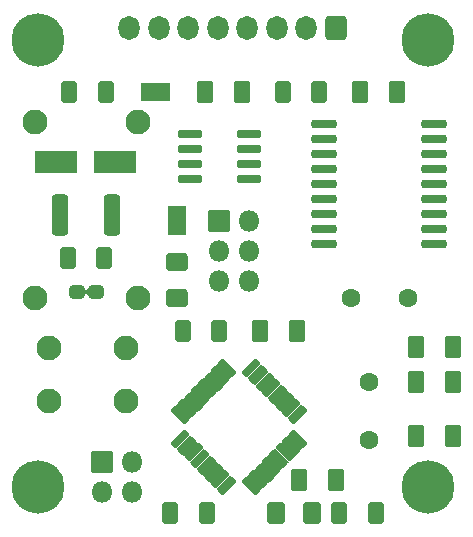
<source format=gts>
G04 #@! TF.GenerationSoftware,KiCad,Pcbnew,(6.0.9)*
G04 #@! TF.CreationDate,2023-01-15T18:07:45+00:00*
G04 #@! TF.ProjectId,CanBus-Radio-VAG,43616e42-7573-42d5-9261-64696f2d5641,1.0*
G04 #@! TF.SameCoordinates,Original*
G04 #@! TF.FileFunction,Soldermask,Top*
G04 #@! TF.FilePolarity,Negative*
%FSLAX46Y46*%
G04 Gerber Fmt 4.6, Leading zero omitted, Abs format (unit mm)*
G04 Created by KiCad (PCBNEW (6.0.9)) date 2023-01-15 18:07:45*
%MOMM*%
%LPD*%
G01*
G04 APERTURE LIST*
G04 Aperture macros list*
%AMRoundRect*
0 Rectangle with rounded corners*
0 $1 Rounding radius*
0 $2 $3 $4 $5 $6 $7 $8 $9 X,Y pos of 4 corners*
0 Add a 4 corners polygon primitive as box body*
4,1,4,$2,$3,$4,$5,$6,$7,$8,$9,$2,$3,0*
0 Add four circle primitives for the rounded corners*
1,1,$1+$1,$2,$3*
1,1,$1+$1,$4,$5*
1,1,$1+$1,$6,$7*
1,1,$1+$1,$8,$9*
0 Add four rect primitives between the rounded corners*
20,1,$1+$1,$2,$3,$4,$5,0*
20,1,$1+$1,$4,$5,$6,$7,0*
20,1,$1+$1,$6,$7,$8,$9,0*
20,1,$1+$1,$8,$9,$2,$3,0*%
G04 Aperture macros list end*
%ADD10C,2.102000*%
%ADD11C,4.502000*%
%ADD12RoundRect,0.051000X-1.750000X-0.900000X1.750000X-0.900000X1.750000X0.900000X-1.750000X0.900000X0*%
%ADD13RoundRect,0.051000X0.371231X0.760140X-0.760140X-0.371231X-0.371231X-0.760140X0.760140X0.371231X0*%
%ADD14RoundRect,0.051000X0.760140X-0.371231X-0.371231X0.760140X-0.760140X0.371231X0.371231X-0.760140X0*%
%ADD15C,1.602000*%
%ADD16RoundRect,0.201000X-0.825000X-0.150000X0.825000X-0.150000X0.825000X0.150000X-0.825000X0.150000X0*%
%ADD17RoundRect,0.201000X-0.875000X-0.150000X0.875000X-0.150000X0.875000X0.150000X-0.875000X0.150000X0*%
%ADD18RoundRect,0.301000X-0.400000X-0.625000X0.400000X-0.625000X0.400000X0.625000X-0.400000X0.625000X0*%
%ADD19RoundRect,0.301000X0.400000X0.625000X-0.400000X0.625000X-0.400000X-0.625000X0.400000X-0.625000X0*%
%ADD20RoundRect,0.051000X-0.750000X0.500000X-0.750000X-0.500000X0.750000X-0.500000X0.750000X0.500000X0*%
%ADD21RoundRect,0.051000X0.500000X0.750000X-0.500000X0.750000X-0.500000X-0.750000X0.500000X-0.750000X0*%
%ADD22O,1.802000X2.052000*%
%ADD23RoundRect,0.301000X0.600000X0.725000X-0.600000X0.725000X-0.600000X-0.725000X0.600000X-0.725000X0*%
%ADD24O,1.802000X1.802000*%
%ADD25RoundRect,0.051000X-0.850000X-0.850000X0.850000X-0.850000X0.850000X0.850000X-0.850000X0.850000X0*%
%ADD26RoundRect,0.301000X0.400000X1.450000X-0.400000X1.450000X-0.400000X-1.450000X0.400000X-1.450000X0*%
%ADD27RoundRect,0.301001X0.624999X-0.462499X0.624999X0.462499X-0.624999X0.462499X-0.624999X-0.462499X0*%
%ADD28RoundRect,0.301001X-0.462499X-0.624999X0.462499X-0.624999X0.462499X0.624999X-0.462499X0.624999X0*%
%ADD29RoundRect,0.301000X-0.375000X-0.275000X0.375000X-0.275000X0.375000X0.275000X-0.375000X0.275000X0*%
%ADD30RoundRect,0.301000X-0.412500X-0.650000X0.412500X-0.650000X0.412500X0.650000X-0.412500X0.650000X0*%
%ADD31RoundRect,0.301000X0.412500X0.650000X-0.412500X0.650000X-0.412500X-0.650000X0.412500X-0.650000X0*%
G04 APERTURE END LIST*
D10*
X73228500Y-75352000D03*
X73228500Y-60452000D03*
X81978500Y-75352000D03*
X81978500Y-60452000D03*
D11*
X73500000Y-91400000D03*
X106500000Y-91400000D03*
X73500000Y-53500000D03*
X106500000Y-53500000D03*
D12*
X80071600Y-63868300D03*
X75071600Y-63868300D03*
D13*
X89525695Y-91281603D03*
X88960010Y-90715917D03*
X88394324Y-90150232D03*
X87828639Y-89584547D03*
X87262953Y-89018861D03*
X86697268Y-88453176D03*
X86131583Y-87887490D03*
X85565897Y-87321805D03*
D14*
X85565897Y-85271195D03*
X86131583Y-84705510D03*
X86697268Y-84139824D03*
X87262953Y-83574139D03*
X87828639Y-83008453D03*
X88394324Y-82442768D03*
X88960010Y-81877083D03*
X89525695Y-81311397D03*
D13*
X91576305Y-81311397D03*
X92141990Y-81877083D03*
X92707676Y-82442768D03*
X93273361Y-83008453D03*
X93839047Y-83574139D03*
X94404732Y-84139824D03*
X94970417Y-84705510D03*
X95536103Y-85271195D03*
D14*
X95536103Y-87321805D03*
X94970417Y-87887490D03*
X94404732Y-88453176D03*
X93839047Y-89018861D03*
X93273361Y-89584547D03*
X92707676Y-90150232D03*
X92141990Y-90715917D03*
X91576305Y-91281603D03*
D15*
X101523800Y-87379200D03*
X101523800Y-82499200D03*
X99996600Y-75336400D03*
X104876600Y-75336400D03*
D16*
X91349600Y-61493400D03*
X91349600Y-62763400D03*
X91349600Y-64033400D03*
X91349600Y-65303400D03*
X86399600Y-65303400D03*
X86399600Y-64033400D03*
X86399600Y-62763400D03*
X86399600Y-61493400D03*
D17*
X107012000Y-60655200D03*
X107012000Y-61925200D03*
X107012000Y-63195200D03*
X107012000Y-64465200D03*
X107012000Y-65735200D03*
X107012000Y-67005200D03*
X107012000Y-68275200D03*
X107012000Y-69545200D03*
X107012000Y-70815200D03*
X97712000Y-70815200D03*
X97712000Y-69545200D03*
X97712000Y-68275200D03*
X97712000Y-67005200D03*
X97712000Y-65735200D03*
X97712000Y-64465200D03*
X97712000Y-63195200D03*
X97712000Y-61925200D03*
X97712000Y-60655200D03*
D10*
X80985500Y-79565500D03*
X80985500Y-84065500D03*
X74485500Y-79565500D03*
X74485500Y-84065500D03*
D18*
X79121600Y-71983600D03*
X76021600Y-71983600D03*
X88849800Y-78181200D03*
X85749800Y-78181200D03*
X87783000Y-93599000D03*
X84683000Y-93599000D03*
D19*
X99034000Y-93599000D03*
X102134000Y-93599000D03*
X94219600Y-57912000D03*
X97319600Y-57912000D03*
X76148600Y-57912000D03*
X79248600Y-57912000D03*
D20*
X85280500Y-68184000D03*
X85280500Y-69484000D03*
D21*
X84085600Y-57912000D03*
X82785600Y-57912000D03*
D22*
X81242500Y-52514500D03*
X83742500Y-52514500D03*
X86242500Y-52514500D03*
X88742500Y-52514500D03*
X91242500Y-52514500D03*
X93742500Y-52514500D03*
X96242500Y-52514500D03*
D23*
X98742500Y-52514500D03*
D24*
X91376500Y-73914000D03*
X88836500Y-73914000D03*
X91376500Y-71374000D03*
X88836500Y-71374000D03*
X91376500Y-68834000D03*
D25*
X88836500Y-68834000D03*
D24*
X81470500Y-91821000D03*
X78930500Y-91821000D03*
X81470500Y-89281000D03*
D25*
X78930500Y-89281000D03*
D26*
X75346600Y-68313300D03*
X79796600Y-68313300D03*
D27*
X85280500Y-72363000D03*
X85280500Y-75338000D03*
D28*
X96674000Y-93599000D03*
X93699000Y-93599000D03*
D29*
X78391600Y-74853800D03*
X76791600Y-74853800D03*
D30*
X98717500Y-90805000D03*
X95592500Y-90805000D03*
X108674300Y-82448400D03*
X105549300Y-82448400D03*
X108674300Y-87071200D03*
X105549300Y-87071200D03*
D31*
X92341300Y-78181200D03*
X95466300Y-78181200D03*
D30*
X108674300Y-79514700D03*
X105549300Y-79514700D03*
X90765100Y-57912000D03*
X87640100Y-57912000D03*
X103899100Y-57912000D03*
X100774100Y-57912000D03*
G36*
X89771244Y-90349335D02*
G01*
X89771887Y-90350449D01*
X89775124Y-90366720D01*
X89777176Y-90366311D01*
X89779070Y-90366954D01*
X89779558Y-90368094D01*
X89781583Y-90390677D01*
X89824078Y-90445364D01*
X89873853Y-90462916D01*
X89875154Y-90464435D01*
X89875150Y-90465192D01*
X89874892Y-90466489D01*
X89891162Y-90469726D01*
X89892666Y-90471045D01*
X89892276Y-90473007D01*
X89891162Y-90473650D01*
X89878188Y-90476230D01*
X89862138Y-90486955D01*
X88731047Y-91618046D01*
X88720322Y-91634096D01*
X88717742Y-91647071D01*
X88716423Y-91648575D01*
X88714461Y-91648185D01*
X88713818Y-91647071D01*
X88710581Y-91630800D01*
X88708529Y-91631209D01*
X88706635Y-91630566D01*
X88706147Y-91629426D01*
X88704122Y-91606843D01*
X88661627Y-91552156D01*
X88611852Y-91534604D01*
X88610551Y-91533085D01*
X88610555Y-91532328D01*
X88610813Y-91531031D01*
X88594543Y-91527794D01*
X88593039Y-91526475D01*
X88593429Y-91524513D01*
X88594543Y-91523870D01*
X88607517Y-91521290D01*
X88623567Y-91510565D01*
X89754658Y-90379474D01*
X89765383Y-90363424D01*
X89767963Y-90350449D01*
X89769282Y-90348945D01*
X89771244Y-90349335D01*
G37*
G36*
X91333394Y-90349336D02*
G01*
X91334037Y-90350450D01*
X91336617Y-90363424D01*
X91347342Y-90379474D01*
X92478433Y-91510565D01*
X92494483Y-91521290D01*
X92507458Y-91523870D01*
X92508962Y-91525189D01*
X92508572Y-91527151D01*
X92507458Y-91527794D01*
X92491187Y-91531031D01*
X92491595Y-91533081D01*
X92490952Y-91534975D01*
X92489811Y-91535463D01*
X92467255Y-91537481D01*
X92412557Y-91579966D01*
X92394988Y-91629760D01*
X92393469Y-91631061D01*
X92392712Y-91631057D01*
X92391419Y-91630800D01*
X92388182Y-91647070D01*
X92386863Y-91648574D01*
X92384901Y-91648184D01*
X92384258Y-91647070D01*
X92381678Y-91634096D01*
X92370953Y-91618046D01*
X91239862Y-90486955D01*
X91223812Y-90476230D01*
X91210837Y-90473650D01*
X91209333Y-90472331D01*
X91209723Y-90470369D01*
X91210837Y-90469726D01*
X91227108Y-90466489D01*
X91226700Y-90464439D01*
X91227343Y-90462545D01*
X91228484Y-90462057D01*
X91251040Y-90460039D01*
X91305738Y-90417554D01*
X91323307Y-90367760D01*
X91324826Y-90366459D01*
X91325583Y-90366463D01*
X91326876Y-90366720D01*
X91330113Y-90350450D01*
X91331432Y-90348946D01*
X91333394Y-90349336D01*
G37*
G36*
X89205558Y-89783650D02*
G01*
X89206201Y-89784764D01*
X89209438Y-89801035D01*
X89211488Y-89800627D01*
X89213382Y-89801270D01*
X89213870Y-89802411D01*
X89215888Y-89824967D01*
X89258373Y-89879665D01*
X89308167Y-89897234D01*
X89309468Y-89898753D01*
X89309464Y-89899510D01*
X89309207Y-89900803D01*
X89325477Y-89904040D01*
X89326981Y-89905359D01*
X89326591Y-89907321D01*
X89325477Y-89907964D01*
X89312503Y-89910544D01*
X89296453Y-89921269D01*
X88165362Y-91052360D01*
X88154637Y-91068410D01*
X88152057Y-91081385D01*
X88150738Y-91082889D01*
X88148776Y-91082499D01*
X88148133Y-91081385D01*
X88144896Y-91065114D01*
X88142846Y-91065522D01*
X88140952Y-91064879D01*
X88140464Y-91063738D01*
X88138446Y-91041182D01*
X88095961Y-90986484D01*
X88046167Y-90968915D01*
X88044866Y-90967396D01*
X88044870Y-90966639D01*
X88045127Y-90965346D01*
X88028857Y-90962109D01*
X88027353Y-90960790D01*
X88027743Y-90958828D01*
X88028857Y-90958185D01*
X88041831Y-90955605D01*
X88057881Y-90944880D01*
X89188972Y-89813789D01*
X89199697Y-89797739D01*
X89202277Y-89784764D01*
X89203596Y-89783260D01*
X89205558Y-89783650D01*
G37*
G36*
X91899080Y-89783651D02*
G01*
X91899723Y-89784765D01*
X91902303Y-89797739D01*
X91913028Y-89813789D01*
X93044119Y-90944880D01*
X93060169Y-90955605D01*
X93073144Y-90958185D01*
X93074648Y-90959504D01*
X93074258Y-90961466D01*
X93073144Y-90962109D01*
X93056873Y-90965346D01*
X93057282Y-90967398D01*
X93056639Y-90969292D01*
X93055499Y-90969780D01*
X93032916Y-90971805D01*
X92978229Y-91014300D01*
X92960677Y-91064075D01*
X92959158Y-91065376D01*
X92958401Y-91065372D01*
X92957104Y-91065114D01*
X92953867Y-91081384D01*
X92952548Y-91082888D01*
X92950586Y-91082498D01*
X92949943Y-91081384D01*
X92947363Y-91068410D01*
X92936638Y-91052360D01*
X91805547Y-89921269D01*
X91789497Y-89910544D01*
X91776522Y-89907964D01*
X91775018Y-89906645D01*
X91775408Y-89904683D01*
X91776522Y-89904040D01*
X91792793Y-89900803D01*
X91792384Y-89898751D01*
X91793027Y-89896857D01*
X91794167Y-89896369D01*
X91816750Y-89894344D01*
X91871437Y-89851849D01*
X91888989Y-89802074D01*
X91890508Y-89800773D01*
X91891265Y-89800777D01*
X91892562Y-89801035D01*
X91895799Y-89784765D01*
X91897118Y-89783261D01*
X91899080Y-89783651D01*
G37*
G36*
X88639873Y-89217965D02*
G01*
X88640516Y-89219079D01*
X88643753Y-89235350D01*
X88645803Y-89234942D01*
X88647697Y-89235585D01*
X88648185Y-89236726D01*
X88650203Y-89259282D01*
X88692688Y-89313980D01*
X88742482Y-89331549D01*
X88743783Y-89333068D01*
X88743779Y-89333825D01*
X88743522Y-89335118D01*
X88759791Y-89338355D01*
X88761295Y-89339674D01*
X88760905Y-89341636D01*
X88759791Y-89342279D01*
X88746817Y-89344859D01*
X88730767Y-89355584D01*
X87599676Y-90486675D01*
X87588951Y-90502725D01*
X87586371Y-90515700D01*
X87585052Y-90517204D01*
X87583090Y-90516814D01*
X87582447Y-90515700D01*
X87579210Y-90499429D01*
X87577160Y-90499837D01*
X87575266Y-90499194D01*
X87574778Y-90498053D01*
X87572760Y-90475497D01*
X87530275Y-90420799D01*
X87480481Y-90403230D01*
X87479180Y-90401711D01*
X87479184Y-90400954D01*
X87479441Y-90399661D01*
X87463172Y-90396424D01*
X87461668Y-90395105D01*
X87462058Y-90393143D01*
X87463172Y-90392500D01*
X87476146Y-90389920D01*
X87492196Y-90379195D01*
X88623287Y-89248104D01*
X88634012Y-89232054D01*
X88636592Y-89219079D01*
X88637911Y-89217575D01*
X88639873Y-89217965D01*
G37*
G36*
X92464765Y-89217966D02*
G01*
X92465408Y-89219080D01*
X92467988Y-89232054D01*
X92478713Y-89248104D01*
X93609804Y-90379195D01*
X93625854Y-90389920D01*
X93638829Y-90392500D01*
X93640333Y-90393819D01*
X93639943Y-90395781D01*
X93638829Y-90396424D01*
X93622558Y-90399661D01*
X93622966Y-90401711D01*
X93622323Y-90403605D01*
X93621182Y-90404093D01*
X93598626Y-90406111D01*
X93543928Y-90448596D01*
X93526359Y-90498390D01*
X93524840Y-90499691D01*
X93524083Y-90499687D01*
X93522790Y-90499430D01*
X93519553Y-90515699D01*
X93518234Y-90517203D01*
X93516272Y-90516813D01*
X93515629Y-90515699D01*
X93513049Y-90502725D01*
X93502324Y-90486675D01*
X92371233Y-89355584D01*
X92355183Y-89344859D01*
X92342208Y-89342279D01*
X92340704Y-89340960D01*
X92341094Y-89338998D01*
X92342208Y-89338355D01*
X92358479Y-89335118D01*
X92358071Y-89333068D01*
X92358714Y-89331174D01*
X92359855Y-89330686D01*
X92382411Y-89328668D01*
X92437109Y-89286183D01*
X92454678Y-89236389D01*
X92456197Y-89235088D01*
X92456954Y-89235092D01*
X92458247Y-89235349D01*
X92461484Y-89219080D01*
X92462803Y-89217576D01*
X92464765Y-89217966D01*
G37*
G36*
X88074187Y-88652279D02*
G01*
X88074830Y-88653393D01*
X88078067Y-88669664D01*
X88080119Y-88669255D01*
X88082013Y-88669898D01*
X88082501Y-88671038D01*
X88084526Y-88693621D01*
X88127021Y-88748308D01*
X88176797Y-88765861D01*
X88178098Y-88767380D01*
X88178094Y-88768137D01*
X88177836Y-88769433D01*
X88194106Y-88772670D01*
X88195610Y-88773989D01*
X88195220Y-88775951D01*
X88194106Y-88776594D01*
X88181132Y-88779174D01*
X88165082Y-88789899D01*
X87033991Y-89920990D01*
X87023266Y-89937040D01*
X87020686Y-89950015D01*
X87019367Y-89951519D01*
X87017405Y-89951129D01*
X87016762Y-89950015D01*
X87013525Y-89933744D01*
X87011473Y-89934153D01*
X87009579Y-89933510D01*
X87009091Y-89932370D01*
X87007066Y-89909787D01*
X86964571Y-89855100D01*
X86914795Y-89837547D01*
X86913494Y-89836028D01*
X86913498Y-89835271D01*
X86913756Y-89833975D01*
X86897486Y-89830738D01*
X86895982Y-89829419D01*
X86896372Y-89827457D01*
X86897486Y-89826814D01*
X86910460Y-89824234D01*
X86926510Y-89813509D01*
X88057601Y-88682418D01*
X88068326Y-88666368D01*
X88070906Y-88653393D01*
X88072225Y-88651889D01*
X88074187Y-88652279D01*
G37*
G36*
X93030451Y-88652280D02*
G01*
X93031094Y-88653394D01*
X93033674Y-88666368D01*
X93044399Y-88682418D01*
X94175490Y-89813509D01*
X94191540Y-89824234D01*
X94204515Y-89826814D01*
X94206019Y-89828133D01*
X94205629Y-89830095D01*
X94204515Y-89830738D01*
X94188244Y-89833975D01*
X94188653Y-89836027D01*
X94188010Y-89837921D01*
X94186870Y-89838409D01*
X94164287Y-89840434D01*
X94109600Y-89882929D01*
X94092047Y-89932705D01*
X94090528Y-89934006D01*
X94089771Y-89934002D01*
X94088475Y-89933744D01*
X94085238Y-89950014D01*
X94083919Y-89951518D01*
X94081957Y-89951128D01*
X94081314Y-89950014D01*
X94078734Y-89937040D01*
X94068009Y-89920990D01*
X92936918Y-88789899D01*
X92920868Y-88779174D01*
X92907893Y-88776594D01*
X92906389Y-88775275D01*
X92906779Y-88773313D01*
X92907893Y-88772670D01*
X92924164Y-88769433D01*
X92923755Y-88767381D01*
X92924398Y-88765487D01*
X92925538Y-88764999D01*
X92948121Y-88762974D01*
X93002808Y-88720479D01*
X93020361Y-88670703D01*
X93021880Y-88669402D01*
X93022637Y-88669406D01*
X93023933Y-88669664D01*
X93027170Y-88653394D01*
X93028489Y-88651890D01*
X93030451Y-88652280D01*
G37*
G36*
X87508502Y-88086594D02*
G01*
X87509145Y-88087708D01*
X87512382Y-88103979D01*
X87514432Y-88103571D01*
X87516326Y-88104214D01*
X87516814Y-88105355D01*
X87518832Y-88127911D01*
X87561317Y-88182609D01*
X87611111Y-88200178D01*
X87612412Y-88201697D01*
X87612408Y-88202454D01*
X87612151Y-88203747D01*
X87628420Y-88206984D01*
X87629924Y-88208303D01*
X87629534Y-88210265D01*
X87628420Y-88210908D01*
X87615446Y-88213488D01*
X87599396Y-88224213D01*
X86468305Y-89355304D01*
X86457580Y-89371354D01*
X86455000Y-89384329D01*
X86453681Y-89385833D01*
X86451719Y-89385443D01*
X86451076Y-89384329D01*
X86447839Y-89368058D01*
X86445789Y-89368466D01*
X86443895Y-89367823D01*
X86443407Y-89366682D01*
X86441389Y-89344126D01*
X86398904Y-89289428D01*
X86349110Y-89271859D01*
X86347809Y-89270340D01*
X86347813Y-89269583D01*
X86348070Y-89268290D01*
X86331801Y-89265053D01*
X86330297Y-89263734D01*
X86330687Y-89261772D01*
X86331801Y-89261129D01*
X86344775Y-89258549D01*
X86360825Y-89247824D01*
X87491916Y-88116733D01*
X87502641Y-88100683D01*
X87505221Y-88087708D01*
X87506540Y-88086204D01*
X87508502Y-88086594D01*
G37*
G36*
X93596136Y-88086595D02*
G01*
X93596779Y-88087709D01*
X93599359Y-88100683D01*
X93610084Y-88116733D01*
X94741175Y-89247824D01*
X94757225Y-89258549D01*
X94770200Y-89261129D01*
X94771704Y-89262448D01*
X94771314Y-89264410D01*
X94770200Y-89265053D01*
X94753929Y-89268290D01*
X94754337Y-89270340D01*
X94753694Y-89272234D01*
X94752553Y-89272722D01*
X94729997Y-89274740D01*
X94675299Y-89317225D01*
X94657730Y-89367019D01*
X94656211Y-89368320D01*
X94655454Y-89368316D01*
X94654161Y-89368059D01*
X94650924Y-89384328D01*
X94649605Y-89385832D01*
X94647643Y-89385442D01*
X94647000Y-89384328D01*
X94644420Y-89371354D01*
X94633695Y-89355304D01*
X93502604Y-88224213D01*
X93486554Y-88213488D01*
X93473579Y-88210908D01*
X93472075Y-88209589D01*
X93472465Y-88207627D01*
X93473579Y-88206984D01*
X93489850Y-88203747D01*
X93489442Y-88201697D01*
X93490085Y-88199803D01*
X93491226Y-88199315D01*
X93513782Y-88197297D01*
X93568480Y-88154812D01*
X93586049Y-88105018D01*
X93587568Y-88103717D01*
X93588325Y-88103721D01*
X93589618Y-88103978D01*
X93592855Y-88087709D01*
X93594174Y-88086205D01*
X93596136Y-88086595D01*
G37*
G36*
X86942817Y-87520908D02*
G01*
X86943460Y-87522022D01*
X86946697Y-87538293D01*
X86948749Y-87537884D01*
X86950643Y-87538527D01*
X86951131Y-87539667D01*
X86953156Y-87562250D01*
X86995651Y-87616937D01*
X87045426Y-87634489D01*
X87046727Y-87636008D01*
X87046723Y-87636765D01*
X87046465Y-87638062D01*
X87062735Y-87641299D01*
X87064239Y-87642618D01*
X87063849Y-87644580D01*
X87062735Y-87645223D01*
X87049761Y-87647803D01*
X87033711Y-87658528D01*
X85902620Y-88789619D01*
X85891895Y-88805669D01*
X85889315Y-88818644D01*
X85887996Y-88820148D01*
X85886034Y-88819758D01*
X85885391Y-88818644D01*
X85882154Y-88802373D01*
X85880102Y-88802782D01*
X85878208Y-88802139D01*
X85877720Y-88800999D01*
X85875695Y-88778416D01*
X85833200Y-88723729D01*
X85783425Y-88706177D01*
X85782124Y-88704658D01*
X85782128Y-88703901D01*
X85782386Y-88702604D01*
X85766116Y-88699367D01*
X85764612Y-88698048D01*
X85765002Y-88696086D01*
X85766116Y-88695443D01*
X85779090Y-88692863D01*
X85795140Y-88682138D01*
X86926231Y-87551047D01*
X86936956Y-87534997D01*
X86939536Y-87522022D01*
X86940855Y-87520518D01*
X86942817Y-87520908D01*
G37*
G36*
X94161821Y-87520909D02*
G01*
X94162464Y-87522023D01*
X94165044Y-87534997D01*
X94175769Y-87551047D01*
X95306860Y-88682138D01*
X95322910Y-88692863D01*
X95335885Y-88695443D01*
X95337389Y-88696762D01*
X95336999Y-88698724D01*
X95335885Y-88699367D01*
X95319614Y-88702604D01*
X95320022Y-88704654D01*
X95319379Y-88706548D01*
X95318238Y-88707036D01*
X95295682Y-88709054D01*
X95240984Y-88751539D01*
X95223415Y-88801333D01*
X95221896Y-88802634D01*
X95221139Y-88802630D01*
X95219846Y-88802373D01*
X95216609Y-88818643D01*
X95215290Y-88820147D01*
X95213328Y-88819757D01*
X95212685Y-88818643D01*
X95210105Y-88805669D01*
X95199380Y-88789619D01*
X94068289Y-87658528D01*
X94052239Y-87647803D01*
X94039264Y-87645223D01*
X94037760Y-87643904D01*
X94038150Y-87641942D01*
X94039264Y-87641299D01*
X94055535Y-87638062D01*
X94055127Y-87636012D01*
X94055770Y-87634118D01*
X94056911Y-87633630D01*
X94079467Y-87631612D01*
X94134165Y-87589127D01*
X94151734Y-87539333D01*
X94153253Y-87538032D01*
X94154010Y-87538036D01*
X94155303Y-87538293D01*
X94158540Y-87522023D01*
X94159859Y-87520519D01*
X94161821Y-87520909D01*
G37*
G36*
X86377131Y-86955223D02*
G01*
X86377774Y-86956337D01*
X86381011Y-86972608D01*
X86383061Y-86972200D01*
X86384955Y-86972843D01*
X86385443Y-86973984D01*
X86387461Y-86996540D01*
X86429946Y-87051238D01*
X86479740Y-87068807D01*
X86481041Y-87070326D01*
X86481037Y-87071083D01*
X86480780Y-87072376D01*
X86497050Y-87075613D01*
X86498554Y-87076932D01*
X86498164Y-87078894D01*
X86497050Y-87079537D01*
X86484076Y-87082117D01*
X86468026Y-87092842D01*
X85336935Y-88223933D01*
X85326210Y-88239983D01*
X85323630Y-88252958D01*
X85322311Y-88254462D01*
X85320349Y-88254072D01*
X85319706Y-88252958D01*
X85316469Y-88236687D01*
X85314419Y-88237095D01*
X85312525Y-88236452D01*
X85312037Y-88235311D01*
X85310019Y-88212755D01*
X85267534Y-88158057D01*
X85217740Y-88140488D01*
X85216439Y-88138969D01*
X85216443Y-88138212D01*
X85216700Y-88136919D01*
X85200430Y-88133682D01*
X85198926Y-88132363D01*
X85199316Y-88130401D01*
X85200430Y-88129758D01*
X85213404Y-88127178D01*
X85229454Y-88116453D01*
X86360545Y-86985362D01*
X86371270Y-86969312D01*
X86373850Y-86956337D01*
X86375169Y-86954833D01*
X86377131Y-86955223D01*
G37*
G36*
X94727507Y-86955224D02*
G01*
X94728150Y-86956338D01*
X94730730Y-86969312D01*
X94741455Y-86985362D01*
X95872546Y-88116453D01*
X95888596Y-88127178D01*
X95901571Y-88129758D01*
X95903075Y-88131077D01*
X95902685Y-88133039D01*
X95901571Y-88133682D01*
X95885300Y-88136919D01*
X95885709Y-88138971D01*
X95885066Y-88140865D01*
X95883926Y-88141353D01*
X95861343Y-88143378D01*
X95806656Y-88185873D01*
X95789104Y-88235648D01*
X95787585Y-88236949D01*
X95786828Y-88236945D01*
X95785531Y-88236687D01*
X95782294Y-88252957D01*
X95780975Y-88254461D01*
X95779013Y-88254071D01*
X95778370Y-88252957D01*
X95775790Y-88239983D01*
X95765065Y-88223933D01*
X94633974Y-87092842D01*
X94617924Y-87082117D01*
X94604949Y-87079537D01*
X94603445Y-87078218D01*
X94603835Y-87076256D01*
X94604949Y-87075613D01*
X94621220Y-87072376D01*
X94620811Y-87070324D01*
X94621454Y-87068430D01*
X94622594Y-87067942D01*
X94645177Y-87065917D01*
X94699864Y-87023422D01*
X94717416Y-86973647D01*
X94718935Y-86972346D01*
X94719692Y-86972350D01*
X94720989Y-86972608D01*
X94724226Y-86956338D01*
X94725545Y-86954834D01*
X94727507Y-86955224D01*
G37*
G36*
X95781651Y-84338928D02*
G01*
X95782294Y-84340042D01*
X95785531Y-84356313D01*
X95787581Y-84355905D01*
X95789475Y-84356548D01*
X95789963Y-84357689D01*
X95791981Y-84380245D01*
X95834466Y-84434943D01*
X95884260Y-84452512D01*
X95885561Y-84454031D01*
X95885557Y-84454788D01*
X95885300Y-84456081D01*
X95901570Y-84459318D01*
X95903074Y-84460637D01*
X95902684Y-84462599D01*
X95901570Y-84463242D01*
X95888596Y-84465822D01*
X95872546Y-84476547D01*
X94741455Y-85607638D01*
X94730730Y-85623688D01*
X94728150Y-85636663D01*
X94726831Y-85638167D01*
X94724869Y-85637777D01*
X94724226Y-85636663D01*
X94720989Y-85620392D01*
X94718939Y-85620800D01*
X94717045Y-85620157D01*
X94716557Y-85619016D01*
X94714539Y-85596460D01*
X94672054Y-85541762D01*
X94622260Y-85524193D01*
X94620959Y-85522674D01*
X94620963Y-85521917D01*
X94621220Y-85520624D01*
X94604950Y-85517387D01*
X94603446Y-85516068D01*
X94603836Y-85514106D01*
X94604950Y-85513463D01*
X94617924Y-85510883D01*
X94633974Y-85500158D01*
X95765065Y-84369067D01*
X95775790Y-84353017D01*
X95778370Y-84340042D01*
X95779689Y-84338538D01*
X95781651Y-84338928D01*
G37*
G36*
X85322987Y-84338929D02*
G01*
X85323630Y-84340043D01*
X85326210Y-84353017D01*
X85336935Y-84369067D01*
X86468026Y-85500158D01*
X86484076Y-85510883D01*
X86497051Y-85513463D01*
X86498555Y-85514782D01*
X86498165Y-85516744D01*
X86497051Y-85517387D01*
X86480780Y-85520624D01*
X86481189Y-85522676D01*
X86480546Y-85524570D01*
X86479406Y-85525058D01*
X86456823Y-85527083D01*
X86402136Y-85569578D01*
X86384584Y-85619353D01*
X86383065Y-85620654D01*
X86382308Y-85620650D01*
X86381011Y-85620392D01*
X86377774Y-85636662D01*
X86376455Y-85638166D01*
X86374493Y-85637776D01*
X86373850Y-85636662D01*
X86371270Y-85623688D01*
X86360545Y-85607638D01*
X85229454Y-84476547D01*
X85213404Y-84465822D01*
X85200429Y-84463242D01*
X85198925Y-84461923D01*
X85199315Y-84459961D01*
X85200429Y-84459318D01*
X85216700Y-84456081D01*
X85216291Y-84454029D01*
X85216934Y-84452135D01*
X85218074Y-84451647D01*
X85240657Y-84449622D01*
X85295344Y-84407127D01*
X85312896Y-84357352D01*
X85314415Y-84356051D01*
X85315172Y-84356055D01*
X85316469Y-84356313D01*
X85319706Y-84340043D01*
X85321025Y-84338539D01*
X85322987Y-84338929D01*
G37*
G36*
X95215966Y-83773242D02*
G01*
X95216609Y-83774356D01*
X95219846Y-83790627D01*
X95221898Y-83790218D01*
X95223792Y-83790861D01*
X95224280Y-83792001D01*
X95226305Y-83814584D01*
X95268800Y-83869271D01*
X95318575Y-83886823D01*
X95319876Y-83888342D01*
X95319872Y-83889099D01*
X95319614Y-83890396D01*
X95335884Y-83893633D01*
X95337388Y-83894952D01*
X95336998Y-83896914D01*
X95335884Y-83897557D01*
X95322910Y-83900137D01*
X95306860Y-83910862D01*
X94175769Y-85041953D01*
X94165044Y-85058003D01*
X94162464Y-85070978D01*
X94161145Y-85072482D01*
X94159183Y-85072092D01*
X94158540Y-85070978D01*
X94155303Y-85054707D01*
X94153251Y-85055116D01*
X94151357Y-85054473D01*
X94150869Y-85053333D01*
X94148844Y-85030750D01*
X94106349Y-84976063D01*
X94056574Y-84958511D01*
X94055273Y-84956992D01*
X94055277Y-84956235D01*
X94055535Y-84954938D01*
X94039265Y-84951701D01*
X94037761Y-84950382D01*
X94038151Y-84948420D01*
X94039265Y-84947777D01*
X94052239Y-84945197D01*
X94068289Y-84934472D01*
X95199380Y-83803381D01*
X95210105Y-83787331D01*
X95212685Y-83774356D01*
X95214004Y-83772852D01*
X95215966Y-83773242D01*
G37*
G36*
X85888672Y-83773243D02*
G01*
X85889315Y-83774357D01*
X85891895Y-83787331D01*
X85902620Y-83803381D01*
X87033711Y-84934472D01*
X87049761Y-84945197D01*
X87062736Y-84947777D01*
X87064240Y-84949096D01*
X87063850Y-84951058D01*
X87062736Y-84951701D01*
X87046465Y-84954938D01*
X87046873Y-84956988D01*
X87046230Y-84958882D01*
X87045089Y-84959370D01*
X87022533Y-84961388D01*
X86967835Y-85003873D01*
X86950266Y-85053667D01*
X86948747Y-85054968D01*
X86947990Y-85054964D01*
X86946697Y-85054707D01*
X86943460Y-85070977D01*
X86942141Y-85072481D01*
X86940179Y-85072091D01*
X86939536Y-85070977D01*
X86936956Y-85058003D01*
X86926231Y-85041953D01*
X85795140Y-83910862D01*
X85779090Y-83900137D01*
X85766115Y-83897557D01*
X85764611Y-83896238D01*
X85765001Y-83894276D01*
X85766115Y-83893633D01*
X85782386Y-83890396D01*
X85781978Y-83888346D01*
X85782621Y-83886452D01*
X85783762Y-83885964D01*
X85806318Y-83883946D01*
X85861016Y-83841461D01*
X85878585Y-83791667D01*
X85880104Y-83790366D01*
X85880861Y-83790370D01*
X85882154Y-83790627D01*
X85885391Y-83774357D01*
X85886710Y-83772853D01*
X85888672Y-83773243D01*
G37*
G36*
X94650281Y-83207557D02*
G01*
X94650924Y-83208671D01*
X94654161Y-83224942D01*
X94656211Y-83224534D01*
X94658105Y-83225177D01*
X94658593Y-83226318D01*
X94660611Y-83248874D01*
X94703096Y-83303572D01*
X94752890Y-83321141D01*
X94754191Y-83322660D01*
X94754187Y-83323417D01*
X94753930Y-83324710D01*
X94770199Y-83327947D01*
X94771703Y-83329266D01*
X94771313Y-83331228D01*
X94770199Y-83331871D01*
X94757225Y-83334451D01*
X94741175Y-83345176D01*
X93610084Y-84476267D01*
X93599359Y-84492317D01*
X93596779Y-84505292D01*
X93595460Y-84506796D01*
X93593498Y-84506406D01*
X93592855Y-84505292D01*
X93589618Y-84489021D01*
X93587568Y-84489429D01*
X93585674Y-84488786D01*
X93585186Y-84487645D01*
X93583168Y-84465089D01*
X93540683Y-84410391D01*
X93490889Y-84392822D01*
X93489588Y-84391303D01*
X93489592Y-84390546D01*
X93489849Y-84389253D01*
X93473580Y-84386016D01*
X93472076Y-84384697D01*
X93472466Y-84382735D01*
X93473580Y-84382092D01*
X93486554Y-84379512D01*
X93502604Y-84368787D01*
X94633695Y-83237696D01*
X94644420Y-83221646D01*
X94647000Y-83208671D01*
X94648319Y-83207167D01*
X94650281Y-83207557D01*
G37*
G36*
X86454357Y-83207558D02*
G01*
X86455000Y-83208672D01*
X86457580Y-83221646D01*
X86468305Y-83237696D01*
X87599396Y-84368787D01*
X87615446Y-84379512D01*
X87628421Y-84382092D01*
X87629925Y-84383411D01*
X87629535Y-84385373D01*
X87628421Y-84386016D01*
X87612150Y-84389253D01*
X87612558Y-84391303D01*
X87611915Y-84393197D01*
X87610774Y-84393685D01*
X87588218Y-84395703D01*
X87533520Y-84438188D01*
X87515951Y-84487982D01*
X87514432Y-84489283D01*
X87513675Y-84489279D01*
X87512382Y-84489022D01*
X87509145Y-84505291D01*
X87507826Y-84506795D01*
X87505864Y-84506405D01*
X87505221Y-84505291D01*
X87502641Y-84492317D01*
X87491916Y-84476267D01*
X86360825Y-83345176D01*
X86344775Y-83334451D01*
X86331800Y-83331871D01*
X86330296Y-83330552D01*
X86330686Y-83328590D01*
X86331800Y-83327947D01*
X86348071Y-83324710D01*
X86347663Y-83322660D01*
X86348306Y-83320766D01*
X86349447Y-83320278D01*
X86372003Y-83318260D01*
X86426701Y-83275775D01*
X86444270Y-83225981D01*
X86445789Y-83224680D01*
X86446546Y-83224684D01*
X86447839Y-83224941D01*
X86451076Y-83208672D01*
X86452395Y-83207168D01*
X86454357Y-83207558D01*
G37*
G36*
X94084595Y-82641871D02*
G01*
X94085238Y-82642985D01*
X94088475Y-82659256D01*
X94090527Y-82658847D01*
X94092421Y-82659490D01*
X94092909Y-82660630D01*
X94094934Y-82683213D01*
X94137429Y-82737900D01*
X94187205Y-82755453D01*
X94188506Y-82756972D01*
X94188502Y-82757729D01*
X94188244Y-82759025D01*
X94204514Y-82762262D01*
X94206018Y-82763581D01*
X94205628Y-82765543D01*
X94204514Y-82766186D01*
X94191540Y-82768766D01*
X94175490Y-82779491D01*
X93044399Y-83910582D01*
X93033674Y-83926632D01*
X93031094Y-83939607D01*
X93029775Y-83941111D01*
X93027813Y-83940721D01*
X93027170Y-83939607D01*
X93023933Y-83923336D01*
X93021881Y-83923745D01*
X93019987Y-83923102D01*
X93019499Y-83921962D01*
X93017474Y-83899379D01*
X92974979Y-83844692D01*
X92925203Y-83827139D01*
X92923902Y-83825620D01*
X92923906Y-83824863D01*
X92924164Y-83823567D01*
X92907894Y-83820330D01*
X92906390Y-83819011D01*
X92906780Y-83817049D01*
X92907894Y-83816406D01*
X92920868Y-83813826D01*
X92936918Y-83803101D01*
X94068009Y-82672010D01*
X94078734Y-82655960D01*
X94081314Y-82642985D01*
X94082633Y-82641481D01*
X94084595Y-82641871D01*
G37*
G36*
X87020043Y-82641872D02*
G01*
X87020686Y-82642986D01*
X87023266Y-82655960D01*
X87033991Y-82672010D01*
X88165082Y-83803101D01*
X88181132Y-83813826D01*
X88194107Y-83816406D01*
X88195611Y-83817725D01*
X88195221Y-83819687D01*
X88194107Y-83820330D01*
X88177836Y-83823567D01*
X88178245Y-83825619D01*
X88177602Y-83827513D01*
X88176462Y-83828001D01*
X88153879Y-83830026D01*
X88099192Y-83872521D01*
X88081639Y-83922297D01*
X88080120Y-83923598D01*
X88079363Y-83923594D01*
X88078067Y-83923336D01*
X88074830Y-83939606D01*
X88073511Y-83941110D01*
X88071549Y-83940720D01*
X88070906Y-83939606D01*
X88068326Y-83926632D01*
X88057601Y-83910582D01*
X86926510Y-82779491D01*
X86910460Y-82768766D01*
X86897485Y-82766186D01*
X86895981Y-82764867D01*
X86896371Y-82762905D01*
X86897485Y-82762262D01*
X86913756Y-82759025D01*
X86913347Y-82756973D01*
X86913990Y-82755079D01*
X86915130Y-82754591D01*
X86937713Y-82752566D01*
X86992400Y-82710071D01*
X87009953Y-82660295D01*
X87011472Y-82658994D01*
X87012229Y-82658998D01*
X87013525Y-82659256D01*
X87016762Y-82642986D01*
X87018081Y-82641482D01*
X87020043Y-82641872D01*
G37*
G36*
X93518910Y-82076186D02*
G01*
X93519553Y-82077300D01*
X93522790Y-82093571D01*
X93524840Y-82093163D01*
X93526734Y-82093806D01*
X93527222Y-82094947D01*
X93529240Y-82117503D01*
X93571725Y-82172201D01*
X93621519Y-82189770D01*
X93622820Y-82191289D01*
X93622816Y-82192046D01*
X93622559Y-82193339D01*
X93638828Y-82196576D01*
X93640332Y-82197895D01*
X93639942Y-82199857D01*
X93638828Y-82200500D01*
X93625854Y-82203080D01*
X93609804Y-82213805D01*
X92478713Y-83344896D01*
X92467988Y-83360946D01*
X92465408Y-83373921D01*
X92464089Y-83375425D01*
X92462127Y-83375035D01*
X92461484Y-83373921D01*
X92458247Y-83357650D01*
X92456197Y-83358058D01*
X92454303Y-83357415D01*
X92453815Y-83356274D01*
X92451797Y-83333718D01*
X92409312Y-83279020D01*
X92359518Y-83261451D01*
X92358217Y-83259932D01*
X92358221Y-83259175D01*
X92358478Y-83257882D01*
X92342209Y-83254645D01*
X92340705Y-83253326D01*
X92341095Y-83251364D01*
X92342209Y-83250721D01*
X92355183Y-83248141D01*
X92371233Y-83237416D01*
X93502324Y-82106325D01*
X93513049Y-82090275D01*
X93515629Y-82077300D01*
X93516948Y-82075796D01*
X93518910Y-82076186D01*
G37*
G36*
X87585728Y-82076187D02*
G01*
X87586371Y-82077301D01*
X87588951Y-82090275D01*
X87599676Y-82106325D01*
X88730767Y-83237416D01*
X88746817Y-83248141D01*
X88759792Y-83250721D01*
X88761296Y-83252040D01*
X88760906Y-83254002D01*
X88759792Y-83254645D01*
X88743521Y-83257882D01*
X88743929Y-83259932D01*
X88743286Y-83261826D01*
X88742145Y-83262314D01*
X88719589Y-83264332D01*
X88664891Y-83306817D01*
X88647322Y-83356611D01*
X88645803Y-83357912D01*
X88645046Y-83357908D01*
X88643753Y-83357651D01*
X88640516Y-83373920D01*
X88639197Y-83375424D01*
X88637235Y-83375034D01*
X88636592Y-83373920D01*
X88634012Y-83360946D01*
X88623287Y-83344896D01*
X87492196Y-82213805D01*
X87476146Y-82203080D01*
X87463171Y-82200500D01*
X87461667Y-82199181D01*
X87462057Y-82197219D01*
X87463171Y-82196576D01*
X87479442Y-82193339D01*
X87479034Y-82191289D01*
X87479677Y-82189395D01*
X87480818Y-82188907D01*
X87503374Y-82186889D01*
X87558072Y-82144404D01*
X87575641Y-82094610D01*
X87577160Y-82093309D01*
X87577917Y-82093313D01*
X87579210Y-82093570D01*
X87582447Y-82077301D01*
X87583766Y-82075797D01*
X87585728Y-82076187D01*
G37*
G36*
X92953224Y-81510501D02*
G01*
X92953867Y-81511615D01*
X92957104Y-81527886D01*
X92959154Y-81527478D01*
X92961048Y-81528121D01*
X92961536Y-81529262D01*
X92963554Y-81551818D01*
X93006039Y-81606516D01*
X93055833Y-81624085D01*
X93057134Y-81625604D01*
X93057130Y-81626361D01*
X93056873Y-81627654D01*
X93073143Y-81630891D01*
X93074647Y-81632210D01*
X93074257Y-81634172D01*
X93073143Y-81634815D01*
X93060169Y-81637395D01*
X93044119Y-81648120D01*
X91913028Y-82779211D01*
X91902303Y-82795261D01*
X91899723Y-82808236D01*
X91898404Y-82809740D01*
X91896442Y-82809350D01*
X91895799Y-82808236D01*
X91892562Y-82791965D01*
X91890512Y-82792373D01*
X91888618Y-82791730D01*
X91888130Y-82790589D01*
X91886112Y-82768033D01*
X91843627Y-82713335D01*
X91793833Y-82695766D01*
X91792532Y-82694247D01*
X91792536Y-82693490D01*
X91792793Y-82692197D01*
X91776523Y-82688960D01*
X91775019Y-82687641D01*
X91775409Y-82685679D01*
X91776523Y-82685036D01*
X91789497Y-82682456D01*
X91805547Y-82671731D01*
X92936638Y-81540640D01*
X92947363Y-81524590D01*
X92949943Y-81511615D01*
X92951262Y-81510111D01*
X92953224Y-81510501D01*
G37*
G36*
X88151414Y-81510502D02*
G01*
X88152057Y-81511616D01*
X88154637Y-81524590D01*
X88165362Y-81540640D01*
X89296453Y-82671731D01*
X89312503Y-82682456D01*
X89325478Y-82685036D01*
X89326982Y-82686355D01*
X89326592Y-82688317D01*
X89325478Y-82688960D01*
X89309207Y-82692197D01*
X89309616Y-82694249D01*
X89308973Y-82696143D01*
X89307833Y-82696631D01*
X89285250Y-82698656D01*
X89230563Y-82741151D01*
X89213011Y-82790926D01*
X89211492Y-82792227D01*
X89210735Y-82792223D01*
X89209438Y-82791965D01*
X89206201Y-82808235D01*
X89204882Y-82809739D01*
X89202920Y-82809349D01*
X89202277Y-82808235D01*
X89199697Y-82795261D01*
X89188972Y-82779211D01*
X88057881Y-81648120D01*
X88041831Y-81637395D01*
X88028856Y-81634815D01*
X88027352Y-81633496D01*
X88027742Y-81631534D01*
X88028856Y-81630891D01*
X88045127Y-81627654D01*
X88044718Y-81625602D01*
X88045361Y-81623708D01*
X88046501Y-81623220D01*
X88069084Y-81621195D01*
X88123771Y-81578700D01*
X88141323Y-81528925D01*
X88142842Y-81527624D01*
X88143599Y-81527628D01*
X88144896Y-81527886D01*
X88148133Y-81511616D01*
X88149452Y-81510112D01*
X88151414Y-81510502D01*
G37*
G36*
X92387539Y-80944815D02*
G01*
X92388182Y-80945929D01*
X92391419Y-80962200D01*
X92393471Y-80961791D01*
X92395365Y-80962434D01*
X92395853Y-80963574D01*
X92397878Y-80986157D01*
X92440373Y-81040844D01*
X92490148Y-81058396D01*
X92491449Y-81059915D01*
X92491445Y-81060672D01*
X92491187Y-81061969D01*
X92507457Y-81065206D01*
X92508961Y-81066525D01*
X92508571Y-81068487D01*
X92507457Y-81069130D01*
X92494483Y-81071710D01*
X92478433Y-81082435D01*
X91347342Y-82213526D01*
X91336617Y-82229576D01*
X91334037Y-82242551D01*
X91332718Y-82244055D01*
X91330756Y-82243665D01*
X91330113Y-82242551D01*
X91326876Y-82226280D01*
X91324824Y-82226689D01*
X91322930Y-82226046D01*
X91322442Y-82224906D01*
X91320417Y-82202323D01*
X91277922Y-82147636D01*
X91228147Y-82130084D01*
X91226846Y-82128565D01*
X91226850Y-82127808D01*
X91227108Y-82126511D01*
X91210838Y-82123274D01*
X91209334Y-82121955D01*
X91209724Y-82119993D01*
X91210838Y-82119350D01*
X91223812Y-82116770D01*
X91239862Y-82106045D01*
X92370953Y-80974954D01*
X92381678Y-80958904D01*
X92384258Y-80945929D01*
X92385577Y-80944425D01*
X92387539Y-80944815D01*
G37*
G36*
X88717099Y-80944816D02*
G01*
X88717742Y-80945930D01*
X88720322Y-80958904D01*
X88731047Y-80974954D01*
X89862138Y-82106045D01*
X89878188Y-82116770D01*
X89891163Y-82119350D01*
X89892667Y-82120669D01*
X89892277Y-82122631D01*
X89891163Y-82123274D01*
X89874892Y-82126511D01*
X89875300Y-82128561D01*
X89874657Y-82130455D01*
X89873516Y-82130943D01*
X89850960Y-82132961D01*
X89796262Y-82175446D01*
X89778693Y-82225240D01*
X89777174Y-82226541D01*
X89776417Y-82226537D01*
X89775124Y-82226280D01*
X89771887Y-82242550D01*
X89770568Y-82244054D01*
X89768606Y-82243664D01*
X89767963Y-82242550D01*
X89765383Y-82229576D01*
X89754658Y-82213526D01*
X88623567Y-81082435D01*
X88607517Y-81071710D01*
X88594542Y-81069130D01*
X88593038Y-81067811D01*
X88593428Y-81065849D01*
X88594542Y-81065206D01*
X88610813Y-81061969D01*
X88610405Y-81059919D01*
X88611048Y-81058025D01*
X88612189Y-81057537D01*
X88634745Y-81055519D01*
X88689443Y-81013034D01*
X88707012Y-80963240D01*
X88708531Y-80961939D01*
X88709288Y-80961943D01*
X88710581Y-80962200D01*
X88713818Y-80945930D01*
X88715137Y-80944426D01*
X88717099Y-80944816D01*
G37*
G36*
X77716859Y-74587083D02*
G01*
X77717600Y-74588637D01*
X77717600Y-75118954D01*
X77716600Y-75120686D01*
X77714600Y-75120686D01*
X77713625Y-75119267D01*
X77713131Y-75116149D01*
X77683336Y-75053295D01*
X77624543Y-75016686D01*
X77555292Y-75017675D01*
X77497556Y-75055954D01*
X77470073Y-75116132D01*
X77469575Y-75119276D01*
X77468317Y-75120830D01*
X77466341Y-75120517D01*
X77465600Y-75118963D01*
X77465600Y-74588646D01*
X77466600Y-74586914D01*
X77468600Y-74586914D01*
X77469575Y-74588333D01*
X77470069Y-74591451D01*
X77499864Y-74654305D01*
X77558657Y-74690914D01*
X77627908Y-74689925D01*
X77685644Y-74651646D01*
X77713127Y-74591468D01*
X77713625Y-74588324D01*
X77714883Y-74586770D01*
X77716859Y-74587083D01*
G37*
G36*
X86047168Y-68730665D02*
G01*
X86047558Y-68732627D01*
X86047199Y-68733267D01*
X86004011Y-68784946D01*
X85995380Y-68853661D01*
X86025344Y-68916291D01*
X86046182Y-68934348D01*
X86046836Y-68936238D01*
X86045526Y-68937749D01*
X86044482Y-68937821D01*
X86030301Y-68935000D01*
X84530699Y-68935000D01*
X84515726Y-68937978D01*
X84513832Y-68937335D01*
X84513442Y-68935373D01*
X84513801Y-68934733D01*
X84556989Y-68883054D01*
X84565620Y-68814339D01*
X84535656Y-68751709D01*
X84514818Y-68733652D01*
X84514164Y-68731762D01*
X84515474Y-68730251D01*
X84516518Y-68730179D01*
X84530699Y-68733000D01*
X86030301Y-68733000D01*
X86045274Y-68730022D01*
X86047168Y-68730665D01*
G37*
G36*
X83334867Y-57145301D02*
G01*
X83386546Y-57188489D01*
X83455261Y-57197120D01*
X83517891Y-57167156D01*
X83535948Y-57146318D01*
X83537838Y-57145664D01*
X83539349Y-57146974D01*
X83539421Y-57148018D01*
X83536600Y-57162199D01*
X83536600Y-58661801D01*
X83539578Y-58676774D01*
X83538935Y-58678668D01*
X83536973Y-58679058D01*
X83536333Y-58678699D01*
X83484654Y-58635511D01*
X83415939Y-58626880D01*
X83353309Y-58656844D01*
X83335252Y-58677682D01*
X83333362Y-58678336D01*
X83331851Y-58677026D01*
X83331779Y-58675982D01*
X83334600Y-58661801D01*
X83334600Y-57162199D01*
X83331622Y-57147226D01*
X83332265Y-57145332D01*
X83334227Y-57144942D01*
X83334867Y-57145301D01*
G37*
M02*

</source>
